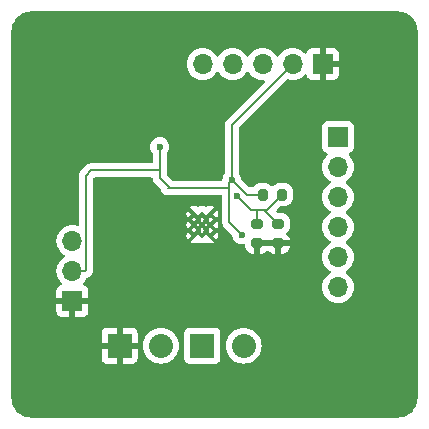
<source format=gbr>
%TF.GenerationSoftware,KiCad,Pcbnew,8.0.6-8.0.6-0~ubuntu24.04.1*%
%TF.CreationDate,2024-12-07T14:27:22-08:00*%
%TF.ProjectId,reaction_wheel,72656163-7469-46f6-9e5f-776865656c2e,v1a*%
%TF.SameCoordinates,Original*%
%TF.FileFunction,Copper,L2,Bot*%
%TF.FilePolarity,Positive*%
%FSLAX46Y46*%
G04 Gerber Fmt 4.6, Leading zero omitted, Abs format (unit mm)*
G04 Created by KiCad (PCBNEW 8.0.6-8.0.6-0~ubuntu24.04.1) date 2024-12-07 14:27:22*
%MOMM*%
%LPD*%
G01*
G04 APERTURE LIST*
G04 Aperture macros list*
%AMRoundRect*
0 Rectangle with rounded corners*
0 $1 Rounding radius*
0 $2 $3 $4 $5 $6 $7 $8 $9 X,Y pos of 4 corners*
0 Add a 4 corners polygon primitive as box body*
4,1,4,$2,$3,$4,$5,$6,$7,$8,$9,$2,$3,0*
0 Add four circle primitives for the rounded corners*
1,1,$1+$1,$2,$3*
1,1,$1+$1,$4,$5*
1,1,$1+$1,$6,$7*
1,1,$1+$1,$8,$9*
0 Add four rect primitives between the rounded corners*
20,1,$1+$1,$2,$3,$4,$5,0*
20,1,$1+$1,$4,$5,$6,$7,0*
20,1,$1+$1,$6,$7,$8,$9,0*
20,1,$1+$1,$8,$9,$2,$3,0*%
G04 Aperture macros list end*
%TA.AperFunction,ComponentPad*%
%ADD10R,1.700000X1.700000*%
%TD*%
%TA.AperFunction,ComponentPad*%
%ADD11O,1.700000X1.700000*%
%TD*%
%TA.AperFunction,HeatsinkPad*%
%ADD12C,0.337500*%
%TD*%
%TA.AperFunction,ComponentPad*%
%ADD13R,2.032000X2.032000*%
%TD*%
%TA.AperFunction,ComponentPad*%
%ADD14C,2.032000*%
%TD*%
%TA.AperFunction,SMDPad,CuDef*%
%ADD15RoundRect,0.200000X0.275000X-0.200000X0.275000X0.200000X-0.275000X0.200000X-0.275000X-0.200000X0*%
%TD*%
%TA.AperFunction,SMDPad,CuDef*%
%ADD16RoundRect,0.200000X0.200000X0.275000X-0.200000X0.275000X-0.200000X-0.275000X0.200000X-0.275000X0*%
%TD*%
%TA.AperFunction,ViaPad*%
%ADD17C,0.600000*%
%TD*%
%TA.AperFunction,Conductor*%
%ADD18C,0.160000*%
%TD*%
%TA.AperFunction,Conductor*%
%ADD19C,0.200000*%
%TD*%
G04 APERTURE END LIST*
D10*
%TO.P,J1,1,Pin_1*%
%TO.N,/PWM_L_C*%
X147962500Y-70942500D03*
D11*
%TO.P,J1,2,Pin_2*%
%TO.N,/PWM_H_C*%
X147962500Y-73482500D03*
%TO.P,J1,3,Pin_3*%
%TO.N,/PWM_L_B*%
X147962500Y-76022500D03*
%TO.P,J1,4,Pin_4*%
%TO.N,/PWM_H_B*%
X147962500Y-78562500D03*
%TO.P,J1,5,Pin_5*%
%TO.N,/PWM_L_A*%
X147962500Y-81102500D03*
%TO.P,J1,6,Pin_6*%
%TO.N,/PWM_H_A*%
X147962500Y-83642500D03*
%TD*%
D12*
%TO.P,U1,37,EPAD*%
%TO.N,GND*%
X135787500Y-77437500D03*
X135787500Y-78362500D03*
X135787500Y-79287500D03*
X136462500Y-77437500D03*
X136462500Y-78362500D03*
X136462500Y-79287500D03*
X137137500Y-77437500D03*
X137137500Y-78362500D03*
X137137500Y-79287500D03*
%TD*%
D10*
%TO.P,J4,1,Pin_1*%
%TO.N,GND*%
X125462500Y-84822500D03*
D11*
%TO.P,J4,2,Pin_2*%
%TO.N,+3.3V*%
X125462500Y-82282500D03*
%TO.P,J4,3,Pin_3*%
%TO.N,+12V*%
X125462500Y-79742500D03*
%TD*%
D10*
%TO.P,J2,1,Pin_1*%
%TO.N,GND*%
X146652500Y-64762500D03*
D11*
%TO.P,J2,2,Pin_2*%
%TO.N,+3.3V*%
X144112500Y-64762500D03*
%TO.P,J2,3,Pin_3*%
%TO.N,/ADC_C*%
X141572500Y-64762500D03*
%TO.P,J2,4,Pin_4*%
%TO.N,/ADC_B*%
X139032500Y-64762500D03*
%TO.P,J2,5,Pin_5*%
%TO.N,/ADC_A*%
X136492500Y-64762500D03*
%TD*%
D13*
%TO.P,J3,1,Pin_1*%
%TO.N,/OUT_B*%
X136462500Y-88612500D03*
D14*
%TO.P,J3,2,Pin_2*%
%TO.N,/OUT_C*%
X139962500Y-88612500D03*
%TD*%
D13*
%TO.P,J5,1,Pin_1*%
%TO.N,GND*%
X129462500Y-88612500D03*
D14*
%TO.P,J5,2,Pin_2*%
%TO.N,/OUT_A*%
X132962500Y-88612500D03*
%TD*%
D15*
%TO.P,R8,1*%
%TO.N,GND*%
X142887500Y-79937500D03*
%TO.P,R8,2*%
%TO.N,Net-(U1-GAIN)*%
X142887500Y-78287500D03*
%TD*%
%TO.P,R7,1*%
%TO.N,GND*%
X141087500Y-79937500D03*
%TO.P,R7,2*%
%TO.N,Net-(U1-GAIN)*%
X141087500Y-78287500D03*
%TD*%
D16*
%TO.P,R3,1*%
%TO.N,Net-(U1-GAIN)*%
X143212500Y-75812500D03*
%TO.P,R3,2*%
%TO.N,+3.3V*%
X141562500Y-75812500D03*
%TD*%
D17*
%TO.N,GND*%
X134212500Y-71812500D03*
X134475000Y-83975000D03*
X130112500Y-75862500D03*
X139862500Y-82562500D03*
X132762500Y-67162500D03*
X146562500Y-66462500D03*
X128762500Y-75862500D03*
X144212500Y-72562500D03*
X142962500Y-74562500D03*
X137260899Y-82793690D03*
X128762500Y-82862500D03*
X130462500Y-82862500D03*
X135462501Y-82262500D03*
X148562500Y-64812500D03*
X140212500Y-72482500D03*
%TO.N,+3.3V*%
X139812500Y-79212500D03*
X138962500Y-74562500D03*
X138962500Y-74562500D03*
X138962500Y-74562500D03*
X132862500Y-71762500D03*
%TO.N,Net-(U1-GAIN)*%
X139362500Y-75911400D03*
%TD*%
D18*
%TO.N,+3.3V*%
X138962500Y-74562500D02*
X138962500Y-69912500D01*
D19*
X132862500Y-73762500D02*
X132862500Y-74400419D01*
X126612500Y-74212500D02*
X127062500Y-73762500D01*
X133724581Y-75262500D02*
X133562500Y-75262500D01*
X140212500Y-75812500D02*
X141562500Y-75812500D01*
X127062500Y-73762500D02*
X132862500Y-73762500D01*
X138762500Y-75262500D02*
X138762500Y-74762500D01*
X138762500Y-74762500D02*
X138962500Y-74562500D01*
X133724581Y-75262500D02*
X138762500Y-75262500D01*
X139812500Y-79212500D02*
X138762500Y-78162500D01*
D18*
X138962500Y-69912500D02*
X144112500Y-64762500D01*
D19*
X132862500Y-71762500D02*
X132862500Y-73762500D01*
X126612500Y-82212500D02*
X126612500Y-74212500D01*
X126542500Y-82282500D02*
X125462500Y-82282500D01*
X138962500Y-74562500D02*
X140212500Y-75812500D01*
X138762500Y-78162500D02*
X138762500Y-75262500D01*
X132862500Y-74400419D02*
X133724581Y-75262500D01*
X126542500Y-82282500D02*
X126612500Y-82212500D01*
%TO.N,Net-(U1-GAIN)*%
X143212500Y-75812500D02*
X141912500Y-77112500D01*
X141087500Y-77112500D02*
X141712500Y-77112500D01*
X140563600Y-77112500D02*
X139362500Y-75911400D01*
X141912500Y-77112500D02*
X141712500Y-77112500D01*
X141087500Y-77112500D02*
X140563600Y-77112500D01*
X141087500Y-77112500D02*
X141087500Y-78287500D01*
X141712500Y-77112500D02*
X142887500Y-78287500D01*
%TD*%
%TA.AperFunction,Conductor*%
%TO.N,GND*%
G36*
X153004418Y-60300816D02*
G01*
X153233020Y-60317165D01*
X153250529Y-60319683D01*
X153470144Y-60367458D01*
X153487103Y-60372437D01*
X153697694Y-60450983D01*
X153713777Y-60458327D01*
X153911036Y-60566040D01*
X153925919Y-60575605D01*
X154105836Y-60710289D01*
X154119207Y-60721875D01*
X154278124Y-60880792D01*
X154289710Y-60894163D01*
X154424394Y-61074080D01*
X154433959Y-61088963D01*
X154541669Y-61286217D01*
X154549019Y-61302311D01*
X154627559Y-61512887D01*
X154632543Y-61529862D01*
X154680316Y-61749470D01*
X154682834Y-61766982D01*
X154699184Y-61995581D01*
X154699500Y-62004427D01*
X154699500Y-92995572D01*
X154699184Y-93004418D01*
X154682834Y-93233017D01*
X154680316Y-93250529D01*
X154632543Y-93470137D01*
X154627559Y-93487112D01*
X154549019Y-93697688D01*
X154541669Y-93713782D01*
X154433959Y-93911036D01*
X154424394Y-93925919D01*
X154289710Y-94105836D01*
X154278124Y-94119207D01*
X154119207Y-94278124D01*
X154105836Y-94289710D01*
X153925919Y-94424394D01*
X153911036Y-94433959D01*
X153713782Y-94541669D01*
X153697688Y-94549019D01*
X153487112Y-94627559D01*
X153470137Y-94632543D01*
X153250529Y-94680316D01*
X153233017Y-94682834D01*
X153004418Y-94699184D01*
X152995572Y-94699500D01*
X122004428Y-94699500D01*
X121995582Y-94699184D01*
X121766982Y-94682834D01*
X121749470Y-94680316D01*
X121529862Y-94632543D01*
X121512887Y-94627559D01*
X121302311Y-94549019D01*
X121286217Y-94541669D01*
X121088963Y-94433959D01*
X121074080Y-94424394D01*
X120894163Y-94289710D01*
X120880792Y-94278124D01*
X120721875Y-94119207D01*
X120710289Y-94105836D01*
X120575605Y-93925919D01*
X120566040Y-93911036D01*
X120458330Y-93713782D01*
X120450983Y-93697694D01*
X120372437Y-93487103D01*
X120367458Y-93470144D01*
X120319683Y-93250529D01*
X120317165Y-93233017D01*
X120300816Y-93004418D01*
X120300500Y-92995572D01*
X120300500Y-87548655D01*
X127946500Y-87548655D01*
X127946500Y-88362500D01*
X128914018Y-88362500D01*
X128903389Y-88380909D01*
X128862500Y-88533509D01*
X128862500Y-88691491D01*
X128903389Y-88844091D01*
X128914018Y-88862500D01*
X127946500Y-88862500D01*
X127946500Y-89676344D01*
X127952901Y-89735872D01*
X127952903Y-89735879D01*
X128003145Y-89870586D01*
X128003149Y-89870593D01*
X128089309Y-89985687D01*
X128089312Y-89985690D01*
X128204406Y-90071850D01*
X128204413Y-90071854D01*
X128339120Y-90122096D01*
X128339127Y-90122098D01*
X128398655Y-90128499D01*
X128398672Y-90128500D01*
X129212500Y-90128500D01*
X129212500Y-89160982D01*
X129230909Y-89171611D01*
X129383509Y-89212500D01*
X129541491Y-89212500D01*
X129694091Y-89171611D01*
X129712500Y-89160982D01*
X129712500Y-90128500D01*
X130526328Y-90128500D01*
X130526344Y-90128499D01*
X130585872Y-90122098D01*
X130585879Y-90122096D01*
X130720586Y-90071854D01*
X130720593Y-90071850D01*
X130835687Y-89985690D01*
X130835690Y-89985687D01*
X130921850Y-89870593D01*
X130921854Y-89870586D01*
X130972096Y-89735879D01*
X130972098Y-89735872D01*
X130978499Y-89676344D01*
X130978500Y-89676327D01*
X130978500Y-88862500D01*
X130010982Y-88862500D01*
X130021611Y-88844091D01*
X130062500Y-88691491D01*
X130062500Y-88612500D01*
X131441311Y-88612500D01*
X131460038Y-88850463D01*
X131515761Y-89082568D01*
X131607108Y-89303100D01*
X131607110Y-89303104D01*
X131607111Y-89303105D01*
X131731832Y-89506632D01*
X131886857Y-89688143D01*
X132068368Y-89843168D01*
X132271895Y-89967889D01*
X132271897Y-89967889D01*
X132271899Y-89967891D01*
X132315732Y-89986047D01*
X132492427Y-90059237D01*
X132724534Y-90114961D01*
X132962500Y-90133689D01*
X133200466Y-90114961D01*
X133432573Y-90059237D01*
X133653105Y-89967889D01*
X133856632Y-89843168D01*
X134038143Y-89688143D01*
X134193168Y-89506632D01*
X134317889Y-89303105D01*
X134409237Y-89082573D01*
X134464961Y-88850466D01*
X134483689Y-88612500D01*
X134464961Y-88374534D01*
X134409237Y-88142427D01*
X134317889Y-87921895D01*
X134193168Y-87718368D01*
X134048202Y-87548635D01*
X134946000Y-87548635D01*
X134946000Y-89676370D01*
X134946001Y-89676376D01*
X134952408Y-89735983D01*
X135002702Y-89870828D01*
X135002706Y-89870835D01*
X135088952Y-89986044D01*
X135088955Y-89986047D01*
X135204164Y-90072293D01*
X135204171Y-90072297D01*
X135339017Y-90122591D01*
X135339016Y-90122591D01*
X135345944Y-90123335D01*
X135398627Y-90129000D01*
X137526372Y-90128999D01*
X137585983Y-90122591D01*
X137720831Y-90072296D01*
X137836046Y-89986046D01*
X137922296Y-89870831D01*
X137972591Y-89735983D01*
X137979000Y-89676373D01*
X137978999Y-88612500D01*
X138441311Y-88612500D01*
X138460038Y-88850463D01*
X138515761Y-89082568D01*
X138607108Y-89303100D01*
X138607110Y-89303104D01*
X138607111Y-89303105D01*
X138731832Y-89506632D01*
X138886857Y-89688143D01*
X139068368Y-89843168D01*
X139271895Y-89967889D01*
X139271897Y-89967889D01*
X139271899Y-89967891D01*
X139315732Y-89986047D01*
X139492427Y-90059237D01*
X139724534Y-90114961D01*
X139962500Y-90133689D01*
X140200466Y-90114961D01*
X140432573Y-90059237D01*
X140653105Y-89967889D01*
X140856632Y-89843168D01*
X141038143Y-89688143D01*
X141193168Y-89506632D01*
X141317889Y-89303105D01*
X141409237Y-89082573D01*
X141464961Y-88850466D01*
X141483689Y-88612500D01*
X141464961Y-88374534D01*
X141409237Y-88142427D01*
X141317889Y-87921895D01*
X141193168Y-87718368D01*
X141038143Y-87536857D01*
X140856632Y-87381832D01*
X140653105Y-87257111D01*
X140653104Y-87257110D01*
X140653100Y-87257108D01*
X140432568Y-87165761D01*
X140200462Y-87110038D01*
X140200463Y-87110038D01*
X139962500Y-87091311D01*
X139724536Y-87110038D01*
X139492431Y-87165761D01*
X139271899Y-87257108D01*
X139068367Y-87381832D01*
X138886857Y-87536857D01*
X138731832Y-87718367D01*
X138607108Y-87921899D01*
X138515761Y-88142431D01*
X138460038Y-88374536D01*
X138441311Y-88612500D01*
X137978999Y-88612500D01*
X137978999Y-87548628D01*
X137972591Y-87489017D01*
X137922384Y-87354406D01*
X137922297Y-87354171D01*
X137922293Y-87354164D01*
X137836047Y-87238955D01*
X137836044Y-87238952D01*
X137720835Y-87152706D01*
X137720828Y-87152702D01*
X137585982Y-87102408D01*
X137585983Y-87102408D01*
X137526383Y-87096001D01*
X137526381Y-87096000D01*
X137526373Y-87096000D01*
X137526364Y-87096000D01*
X135398629Y-87096000D01*
X135398623Y-87096001D01*
X135339016Y-87102408D01*
X135204171Y-87152702D01*
X135204164Y-87152706D01*
X135088955Y-87238952D01*
X135088952Y-87238955D01*
X135002706Y-87354164D01*
X135002702Y-87354171D01*
X134952408Y-87489017D01*
X134947265Y-87536857D01*
X134946001Y-87548623D01*
X134946000Y-87548635D01*
X134048202Y-87548635D01*
X134038143Y-87536857D01*
X133856632Y-87381832D01*
X133653105Y-87257111D01*
X133653104Y-87257110D01*
X133653100Y-87257108D01*
X133432568Y-87165761D01*
X133200462Y-87110038D01*
X133200463Y-87110038D01*
X132962500Y-87091311D01*
X132724536Y-87110038D01*
X132492431Y-87165761D01*
X132271899Y-87257108D01*
X132068367Y-87381832D01*
X131886857Y-87536857D01*
X131731832Y-87718367D01*
X131607108Y-87921899D01*
X131515761Y-88142431D01*
X131460038Y-88374536D01*
X131441311Y-88612500D01*
X130062500Y-88612500D01*
X130062500Y-88533509D01*
X130021611Y-88380909D01*
X130010982Y-88362500D01*
X130978500Y-88362500D01*
X130978500Y-87548672D01*
X130978499Y-87548655D01*
X130972098Y-87489127D01*
X130972096Y-87489120D01*
X130921854Y-87354413D01*
X130921850Y-87354406D01*
X130835690Y-87239312D01*
X130835687Y-87239309D01*
X130720593Y-87153149D01*
X130720586Y-87153145D01*
X130585879Y-87102903D01*
X130585872Y-87102901D01*
X130526344Y-87096500D01*
X129712500Y-87096500D01*
X129712500Y-88064017D01*
X129694091Y-88053389D01*
X129541491Y-88012500D01*
X129383509Y-88012500D01*
X129230909Y-88053389D01*
X129212500Y-88064017D01*
X129212500Y-87096500D01*
X128398655Y-87096500D01*
X128339127Y-87102901D01*
X128339120Y-87102903D01*
X128204413Y-87153145D01*
X128204406Y-87153149D01*
X128089312Y-87239309D01*
X128089309Y-87239312D01*
X128003149Y-87354406D01*
X128003145Y-87354413D01*
X127952903Y-87489120D01*
X127952901Y-87489127D01*
X127946500Y-87548655D01*
X120300500Y-87548655D01*
X120300500Y-79742499D01*
X124106841Y-79742499D01*
X124106841Y-79742500D01*
X124127436Y-79977903D01*
X124127438Y-79977913D01*
X124188594Y-80206155D01*
X124188596Y-80206159D01*
X124188597Y-80206163D01*
X124215850Y-80264607D01*
X124288465Y-80420330D01*
X124288467Y-80420334D01*
X124424001Y-80613895D01*
X124424006Y-80613902D01*
X124591097Y-80780993D01*
X124591103Y-80780998D01*
X124776658Y-80910925D01*
X124820283Y-80965502D01*
X124827477Y-81035000D01*
X124795954Y-81097355D01*
X124776658Y-81114075D01*
X124591097Y-81244005D01*
X124424005Y-81411097D01*
X124288465Y-81604669D01*
X124288464Y-81604671D01*
X124188598Y-81818835D01*
X124188594Y-81818844D01*
X124127438Y-82047086D01*
X124127436Y-82047096D01*
X124106841Y-82282499D01*
X124106841Y-82282500D01*
X124127436Y-82517903D01*
X124127438Y-82517913D01*
X124188594Y-82746155D01*
X124188596Y-82746159D01*
X124188597Y-82746163D01*
X124245118Y-82867372D01*
X124288465Y-82960330D01*
X124288467Y-82960334D01*
X124396781Y-83115021D01*
X124424001Y-83153896D01*
X124424006Y-83153902D01*
X124546318Y-83276214D01*
X124579803Y-83337537D01*
X124574819Y-83407229D01*
X124532947Y-83463162D01*
X124501971Y-83480077D01*
X124370412Y-83529146D01*
X124370406Y-83529149D01*
X124255312Y-83615309D01*
X124255309Y-83615312D01*
X124169149Y-83730406D01*
X124169145Y-83730413D01*
X124118903Y-83865120D01*
X124118901Y-83865127D01*
X124112500Y-83924655D01*
X124112500Y-84572500D01*
X125029488Y-84572500D01*
X124996575Y-84629507D01*
X124962500Y-84756674D01*
X124962500Y-84888326D01*
X124996575Y-85015493D01*
X125029488Y-85072500D01*
X124112500Y-85072500D01*
X124112500Y-85720344D01*
X124118901Y-85779872D01*
X124118903Y-85779879D01*
X124169145Y-85914586D01*
X124169149Y-85914593D01*
X124255309Y-86029687D01*
X124255312Y-86029690D01*
X124370406Y-86115850D01*
X124370413Y-86115854D01*
X124505120Y-86166096D01*
X124505127Y-86166098D01*
X124564655Y-86172499D01*
X124564672Y-86172500D01*
X125212500Y-86172500D01*
X125212500Y-85255512D01*
X125269507Y-85288425D01*
X125396674Y-85322500D01*
X125528326Y-85322500D01*
X125655493Y-85288425D01*
X125712500Y-85255512D01*
X125712500Y-86172500D01*
X126360328Y-86172500D01*
X126360344Y-86172499D01*
X126419872Y-86166098D01*
X126419879Y-86166096D01*
X126554586Y-86115854D01*
X126554593Y-86115850D01*
X126669687Y-86029690D01*
X126669690Y-86029687D01*
X126755850Y-85914593D01*
X126755854Y-85914586D01*
X126806096Y-85779879D01*
X126806098Y-85779872D01*
X126812499Y-85720344D01*
X126812500Y-85720327D01*
X126812500Y-85072500D01*
X125895512Y-85072500D01*
X125928425Y-85015493D01*
X125962500Y-84888326D01*
X125962500Y-84756674D01*
X125928425Y-84629507D01*
X125895512Y-84572500D01*
X126812500Y-84572500D01*
X126812500Y-83924672D01*
X126812499Y-83924655D01*
X126806098Y-83865127D01*
X126806096Y-83865120D01*
X126755854Y-83730413D01*
X126755850Y-83730406D01*
X126669690Y-83615312D01*
X126669687Y-83615309D01*
X126554593Y-83529149D01*
X126554588Y-83529146D01*
X126423028Y-83480077D01*
X126367095Y-83438205D01*
X126342678Y-83372741D01*
X126357530Y-83304468D01*
X126378675Y-83276220D01*
X126500995Y-83153901D01*
X126636535Y-82960330D01*
X126655444Y-82919779D01*
X126701615Y-82867339D01*
X126735730Y-82852407D01*
X126774285Y-82842077D01*
X126824647Y-82813000D01*
X126911216Y-82763020D01*
X127023020Y-82651216D01*
X127093020Y-82581216D01*
X127143139Y-82494404D01*
X127172077Y-82444285D01*
X127213001Y-82291557D01*
X127213001Y-82133443D01*
X127213001Y-82125848D01*
X127213000Y-82125830D01*
X127213000Y-79864945D01*
X135448701Y-79864945D01*
X135548617Y-79917385D01*
X135706299Y-79956250D01*
X135868701Y-79956250D01*
X136026381Y-79917385D01*
X136067373Y-79895871D01*
X136135881Y-79882145D01*
X136182627Y-79895871D01*
X136223618Y-79917385D01*
X136381299Y-79956250D01*
X136543701Y-79956250D01*
X136701381Y-79917385D01*
X136742373Y-79895871D01*
X136810881Y-79882145D01*
X136857627Y-79895871D01*
X136898618Y-79917385D01*
X137056299Y-79956250D01*
X137218701Y-79956250D01*
X137376385Y-79917384D01*
X137476297Y-79864946D01*
X137476297Y-79864945D01*
X137137500Y-79526149D01*
X136882068Y-79270717D01*
X137053125Y-79270717D01*
X137053125Y-79304283D01*
X137065970Y-79335295D01*
X137089705Y-79359030D01*
X137120717Y-79371875D01*
X137154283Y-79371875D01*
X137185295Y-79359030D01*
X137209030Y-79335295D01*
X137221875Y-79304283D01*
X137221875Y-79287499D01*
X137376149Y-79287499D01*
X137376149Y-79287500D01*
X137715708Y-79627060D01*
X137733999Y-79600563D01*
X137791586Y-79448718D01*
X137811161Y-79287500D01*
X137791587Y-79126282D01*
X137733997Y-78974432D01*
X137715709Y-78947939D01*
X137376149Y-79287499D01*
X137221875Y-79287499D01*
X137221875Y-79270717D01*
X137209030Y-79239705D01*
X137185295Y-79215970D01*
X137154283Y-79203125D01*
X137120717Y-79203125D01*
X137089705Y-79215970D01*
X137065970Y-79239705D01*
X137053125Y-79270717D01*
X136882068Y-79270717D01*
X136800000Y-79188649D01*
X136550181Y-79438468D01*
X136488858Y-79471953D01*
X136419166Y-79466969D01*
X136374819Y-79438468D01*
X136207068Y-79270717D01*
X136378125Y-79270717D01*
X136378125Y-79304283D01*
X136390970Y-79335295D01*
X136414705Y-79359030D01*
X136445717Y-79371875D01*
X136479283Y-79371875D01*
X136510295Y-79359030D01*
X136534030Y-79335295D01*
X136546875Y-79304283D01*
X136546875Y-79270717D01*
X136534030Y-79239705D01*
X136510295Y-79215970D01*
X136479283Y-79203125D01*
X136445717Y-79203125D01*
X136414705Y-79215970D01*
X136390970Y-79239705D01*
X136378125Y-79270717D01*
X136207068Y-79270717D01*
X136125000Y-79188649D01*
X135787500Y-79526149D01*
X135448701Y-79864945D01*
X127213000Y-79864945D01*
X127213000Y-79287500D01*
X135113838Y-79287500D01*
X135133412Y-79448717D01*
X135191002Y-79600565D01*
X135191003Y-79600567D01*
X135209290Y-79627060D01*
X135548851Y-79287500D01*
X135532068Y-79270717D01*
X135703125Y-79270717D01*
X135703125Y-79304283D01*
X135715970Y-79335295D01*
X135739705Y-79359030D01*
X135770717Y-79371875D01*
X135804283Y-79371875D01*
X135835295Y-79359030D01*
X135859030Y-79335295D01*
X135871875Y-79304283D01*
X135871875Y-79270717D01*
X135859030Y-79239705D01*
X135835295Y-79215970D01*
X135804283Y-79203125D01*
X135770717Y-79203125D01*
X135739705Y-79215970D01*
X135715970Y-79239705D01*
X135703125Y-79270717D01*
X135532068Y-79270717D01*
X135209289Y-78947938D01*
X135191003Y-78974431D01*
X135133412Y-79126282D01*
X135113838Y-79287500D01*
X127213000Y-79287500D01*
X127213000Y-78825000D01*
X135563649Y-78825000D01*
X135787500Y-79048851D01*
X135886351Y-78950000D01*
X135886351Y-78908444D01*
X135906036Y-78841405D01*
X135918433Y-78826020D01*
X135918433Y-78823978D01*
X136331566Y-78823978D01*
X136331566Y-78828521D01*
X136360815Y-78882085D01*
X136363649Y-78908445D01*
X136363649Y-78950000D01*
X136462500Y-79048851D01*
X136561351Y-78950000D01*
X136561351Y-78908444D01*
X136581036Y-78841405D01*
X136593433Y-78826020D01*
X136593433Y-78823978D01*
X137006566Y-78823978D01*
X137006566Y-78828521D01*
X137035815Y-78882085D01*
X137038649Y-78908445D01*
X137038649Y-78950000D01*
X137137500Y-79048851D01*
X137361351Y-78825000D01*
X137137500Y-78601149D01*
X137038649Y-78700000D01*
X137038649Y-78741554D01*
X137018964Y-78808593D01*
X137006566Y-78823978D01*
X136593433Y-78823978D01*
X136593433Y-78821477D01*
X136564185Y-78767914D01*
X136561351Y-78741556D01*
X136561351Y-78700000D01*
X136462500Y-78601149D01*
X136363649Y-78700000D01*
X136363649Y-78741554D01*
X136343964Y-78808593D01*
X136331566Y-78823978D01*
X135918433Y-78823978D01*
X135918433Y-78821477D01*
X135889185Y-78767914D01*
X135886351Y-78741556D01*
X135886351Y-78700000D01*
X135787500Y-78601149D01*
X135563649Y-78825000D01*
X127213000Y-78825000D01*
X127213000Y-78362500D01*
X135113838Y-78362500D01*
X135133412Y-78523717D01*
X135191002Y-78675565D01*
X135191003Y-78675567D01*
X135209290Y-78702060D01*
X135548851Y-78362500D01*
X135532068Y-78345717D01*
X135703125Y-78345717D01*
X135703125Y-78379283D01*
X135715970Y-78410295D01*
X135739705Y-78434030D01*
X135770717Y-78446875D01*
X135804283Y-78446875D01*
X135835295Y-78434030D01*
X135859030Y-78410295D01*
X135871875Y-78379283D01*
X135871875Y-78362500D01*
X136026149Y-78362500D01*
X136125000Y-78461351D01*
X136223851Y-78362500D01*
X136207068Y-78345717D01*
X136378125Y-78345717D01*
X136378125Y-78379283D01*
X136390970Y-78410295D01*
X136414705Y-78434030D01*
X136445717Y-78446875D01*
X136479283Y-78446875D01*
X136510295Y-78434030D01*
X136534030Y-78410295D01*
X136546875Y-78379283D01*
X136546875Y-78362500D01*
X136701149Y-78362500D01*
X136800000Y-78461351D01*
X136898851Y-78362500D01*
X136882068Y-78345717D01*
X137053125Y-78345717D01*
X137053125Y-78379283D01*
X137065970Y-78410295D01*
X137089705Y-78434030D01*
X137120717Y-78446875D01*
X137154283Y-78446875D01*
X137185295Y-78434030D01*
X137209030Y-78410295D01*
X137221875Y-78379283D01*
X137221875Y-78362499D01*
X137376149Y-78362499D01*
X137376149Y-78362500D01*
X137715708Y-78702060D01*
X137733999Y-78675563D01*
X137791586Y-78523718D01*
X137811161Y-78362500D01*
X137791587Y-78201282D01*
X137733997Y-78049432D01*
X137715709Y-78022939D01*
X137376149Y-78362499D01*
X137221875Y-78362499D01*
X137221875Y-78345717D01*
X137209030Y-78314705D01*
X137185295Y-78290970D01*
X137154283Y-78278125D01*
X137120717Y-78278125D01*
X137089705Y-78290970D01*
X137065970Y-78314705D01*
X137053125Y-78345717D01*
X136882068Y-78345717D01*
X136800000Y-78263649D01*
X136701149Y-78362500D01*
X136546875Y-78362500D01*
X136546875Y-78345717D01*
X136534030Y-78314705D01*
X136510295Y-78290970D01*
X136479283Y-78278125D01*
X136445717Y-78278125D01*
X136414705Y-78290970D01*
X136390970Y-78314705D01*
X136378125Y-78345717D01*
X136207068Y-78345717D01*
X136125000Y-78263649D01*
X136026149Y-78362500D01*
X135871875Y-78362500D01*
X135871875Y-78345717D01*
X135859030Y-78314705D01*
X135835295Y-78290970D01*
X135804283Y-78278125D01*
X135770717Y-78278125D01*
X135739705Y-78290970D01*
X135715970Y-78314705D01*
X135703125Y-78345717D01*
X135532068Y-78345717D01*
X135209289Y-78022938D01*
X135191003Y-78049431D01*
X135133412Y-78201282D01*
X135113838Y-78362500D01*
X127213000Y-78362500D01*
X127213000Y-77900000D01*
X135563649Y-77900000D01*
X135787500Y-78123851D01*
X135886351Y-78025000D01*
X135886351Y-77983444D01*
X135906036Y-77916405D01*
X135918433Y-77901020D01*
X135918433Y-77898978D01*
X136331566Y-77898978D01*
X136331566Y-77903521D01*
X136360815Y-77957085D01*
X136363649Y-77983445D01*
X136363649Y-78025000D01*
X136462500Y-78123851D01*
X136561351Y-78025000D01*
X136561351Y-77983444D01*
X136581036Y-77916405D01*
X136593433Y-77901020D01*
X136593433Y-77898978D01*
X137006566Y-77898978D01*
X137006566Y-77903521D01*
X137035815Y-77957085D01*
X137038649Y-77983445D01*
X137038649Y-78025000D01*
X137137500Y-78123851D01*
X137361351Y-77900000D01*
X137137500Y-77676149D01*
X137038649Y-77775000D01*
X137038649Y-77816554D01*
X137018964Y-77883593D01*
X137006566Y-77898978D01*
X136593433Y-77898978D01*
X136593433Y-77896477D01*
X136564185Y-77842914D01*
X136561351Y-77816556D01*
X136561351Y-77775000D01*
X136462500Y-77676149D01*
X136363649Y-77775000D01*
X136363649Y-77816554D01*
X136343964Y-77883593D01*
X136331566Y-77898978D01*
X135918433Y-77898978D01*
X135918433Y-77896477D01*
X135889185Y-77842914D01*
X135886351Y-77816556D01*
X135886351Y-77775000D01*
X135787500Y-77676149D01*
X135563649Y-77900000D01*
X127213000Y-77900000D01*
X127213000Y-77437500D01*
X135113838Y-77437500D01*
X135133412Y-77598717D01*
X135191002Y-77750565D01*
X135191003Y-77750567D01*
X135209290Y-77777060D01*
X135548851Y-77437500D01*
X135532068Y-77420717D01*
X135703125Y-77420717D01*
X135703125Y-77454283D01*
X135715970Y-77485295D01*
X135739705Y-77509030D01*
X135770717Y-77521875D01*
X135804283Y-77521875D01*
X135835295Y-77509030D01*
X135859030Y-77485295D01*
X135871875Y-77454283D01*
X135871875Y-77420717D01*
X135859030Y-77389705D01*
X135835295Y-77365970D01*
X135804283Y-77353125D01*
X135770717Y-77353125D01*
X135739705Y-77365970D01*
X135715970Y-77389705D01*
X135703125Y-77420717D01*
X135532068Y-77420717D01*
X135209289Y-77097938D01*
X135191003Y-77124431D01*
X135133412Y-77276282D01*
X135113838Y-77437500D01*
X127213000Y-77437500D01*
X127213000Y-76860053D01*
X135448702Y-76860053D01*
X136125000Y-77536351D01*
X136240634Y-77420717D01*
X136378125Y-77420717D01*
X136378125Y-77454283D01*
X136390970Y-77485295D01*
X136414705Y-77509030D01*
X136445717Y-77521875D01*
X136479283Y-77521875D01*
X136510295Y-77509030D01*
X136534030Y-77485295D01*
X136546875Y-77454283D01*
X136546875Y-77420717D01*
X136534030Y-77389705D01*
X136510295Y-77365970D01*
X136479283Y-77353125D01*
X136445717Y-77353125D01*
X136414705Y-77365970D01*
X136390970Y-77389705D01*
X136378125Y-77420717D01*
X136240634Y-77420717D01*
X136374819Y-77286532D01*
X136436142Y-77253047D01*
X136505834Y-77258031D01*
X136550181Y-77286532D01*
X136800000Y-77536351D01*
X136915634Y-77420717D01*
X137053125Y-77420717D01*
X137053125Y-77454283D01*
X137065970Y-77485295D01*
X137089705Y-77509030D01*
X137120717Y-77521875D01*
X137154283Y-77521875D01*
X137185295Y-77509030D01*
X137209030Y-77485295D01*
X137221875Y-77454283D01*
X137221875Y-77437499D01*
X137376149Y-77437499D01*
X137376149Y-77437500D01*
X137715708Y-77777060D01*
X137733999Y-77750563D01*
X137791586Y-77598718D01*
X137811161Y-77437500D01*
X137791587Y-77276282D01*
X137733997Y-77124432D01*
X137715709Y-77097939D01*
X137376149Y-77437499D01*
X137221875Y-77437499D01*
X137221875Y-77420717D01*
X137209030Y-77389705D01*
X137185295Y-77365970D01*
X137154283Y-77353125D01*
X137120717Y-77353125D01*
X137089705Y-77365970D01*
X137065970Y-77389705D01*
X137053125Y-77420717D01*
X136915634Y-77420717D01*
X137137500Y-77198851D01*
X137476297Y-76860053D01*
X137376382Y-76807614D01*
X137218701Y-76768750D01*
X137056299Y-76768750D01*
X136898618Y-76807614D01*
X136857624Y-76829129D01*
X136789115Y-76842852D01*
X136742376Y-76829129D01*
X136701381Y-76807614D01*
X136543701Y-76768750D01*
X136381299Y-76768750D01*
X136223618Y-76807614D01*
X136182624Y-76829129D01*
X136114115Y-76842852D01*
X136067376Y-76829129D01*
X136026381Y-76807614D01*
X135868701Y-76768750D01*
X135706299Y-76768750D01*
X135548615Y-76807615D01*
X135448702Y-76860053D01*
X127213000Y-76860053D01*
X127213000Y-74512597D01*
X127232685Y-74445558D01*
X127249319Y-74424916D01*
X127274916Y-74399319D01*
X127336239Y-74365834D01*
X127362597Y-74363000D01*
X132137999Y-74363000D01*
X132205038Y-74382685D01*
X132250793Y-74435489D01*
X132258673Y-74471714D01*
X132260938Y-74471416D01*
X132261998Y-74479473D01*
X132302923Y-74632206D01*
X132306801Y-74638921D01*
X132306804Y-74638926D01*
X132381977Y-74769131D01*
X132381981Y-74769136D01*
X132500849Y-74888004D01*
X132500855Y-74888009D01*
X132941285Y-75328440D01*
X132973378Y-75384026D01*
X133002921Y-75494279D01*
X133002926Y-75494290D01*
X133081975Y-75631209D01*
X133081979Y-75631214D01*
X133081980Y-75631216D01*
X133193784Y-75743020D01*
X133193786Y-75743021D01*
X133193790Y-75743024D01*
X133330709Y-75822073D01*
X133330716Y-75822077D01*
X133483443Y-75863000D01*
X133637912Y-75863000D01*
X133637928Y-75863001D01*
X133645524Y-75863001D01*
X133811235Y-75863001D01*
X133811251Y-75863000D01*
X138038000Y-75863000D01*
X138105039Y-75882685D01*
X138150794Y-75935489D01*
X138162000Y-75987000D01*
X138162000Y-78075830D01*
X138161999Y-78075848D01*
X138161999Y-78241554D01*
X138161998Y-78241554D01*
X138189909Y-78345717D01*
X138202923Y-78394285D01*
X138225870Y-78434030D01*
X138231858Y-78444400D01*
X138231859Y-78444404D01*
X138231860Y-78444404D01*
X138281979Y-78531214D01*
X138281981Y-78531217D01*
X138400849Y-78650085D01*
X138400855Y-78650090D01*
X138981798Y-79231033D01*
X139015283Y-79292356D01*
X139017337Y-79304830D01*
X139027130Y-79391749D01*
X139086710Y-79562021D01*
X139086711Y-79562022D01*
X139182684Y-79714762D01*
X139310238Y-79842316D01*
X139395470Y-79895871D01*
X139429709Y-79917385D01*
X139462978Y-79938289D01*
X139576203Y-79977908D01*
X139633245Y-79997868D01*
X139633250Y-79997869D01*
X139812496Y-80018065D01*
X139812500Y-80018065D01*
X139812503Y-80018065D01*
X139942484Y-80003419D01*
X139974616Y-79999799D01*
X140043438Y-80011853D01*
X140094818Y-80059202D01*
X140112500Y-80123017D01*
X140112500Y-80194082D01*
X140118908Y-80264602D01*
X140118909Y-80264607D01*
X140169481Y-80426896D01*
X140257427Y-80572377D01*
X140377622Y-80692572D01*
X140523104Y-80780519D01*
X140523103Y-80780519D01*
X140685394Y-80831090D01*
X140685392Y-80831090D01*
X140755918Y-80837499D01*
X141337500Y-80837499D01*
X141419081Y-80837499D01*
X141489602Y-80831091D01*
X141489607Y-80831090D01*
X141651896Y-80780518D01*
X141797377Y-80692572D01*
X141797378Y-80692571D01*
X141899819Y-80590131D01*
X141961142Y-80556646D01*
X142030834Y-80561630D01*
X142075181Y-80590131D01*
X142177622Y-80692572D01*
X142323104Y-80780519D01*
X142323103Y-80780519D01*
X142485394Y-80831090D01*
X142485392Y-80831090D01*
X142555918Y-80837499D01*
X143137500Y-80837499D01*
X143219081Y-80837499D01*
X143289602Y-80831091D01*
X143289607Y-80831090D01*
X143451896Y-80780518D01*
X143597377Y-80692572D01*
X143717572Y-80572377D01*
X143805519Y-80426895D01*
X143856090Y-80264606D01*
X143862500Y-80194072D01*
X143862500Y-80187500D01*
X143137500Y-80187500D01*
X143137500Y-80837499D01*
X142555918Y-80837499D01*
X142637499Y-80837498D01*
X142637500Y-80837498D01*
X142637500Y-80187500D01*
X141337500Y-80187500D01*
X141337500Y-80837499D01*
X140755918Y-80837499D01*
X140837499Y-80837498D01*
X140837500Y-80837498D01*
X140837500Y-79811500D01*
X140857185Y-79744461D01*
X140909989Y-79698706D01*
X140961500Y-79687500D01*
X143862499Y-79687500D01*
X143862499Y-79680917D01*
X143856091Y-79610397D01*
X143856090Y-79610392D01*
X143805518Y-79448103D01*
X143717572Y-79302622D01*
X143615484Y-79200534D01*
X143581999Y-79139211D01*
X143586983Y-79069519D01*
X143615483Y-79025173D01*
X143717972Y-78922685D01*
X143805978Y-78777106D01*
X143856586Y-78614696D01*
X143863000Y-78544116D01*
X143863000Y-78030884D01*
X143856586Y-77960304D01*
X143805978Y-77797894D01*
X143717972Y-77652315D01*
X143717970Y-77652313D01*
X143717969Y-77652311D01*
X143597688Y-77532030D01*
X143520379Y-77485295D01*
X143452106Y-77444022D01*
X143289696Y-77393414D01*
X143289694Y-77393413D01*
X143289692Y-77393413D01*
X143240278Y-77388923D01*
X143219116Y-77387000D01*
X143219113Y-77387000D01*
X142887597Y-77387000D01*
X142820558Y-77367315D01*
X142799916Y-77350681D01*
X142749416Y-77300181D01*
X142715931Y-77238858D01*
X142720915Y-77169166D01*
X142749416Y-77124819D01*
X142880778Y-76993458D01*
X143049917Y-76824319D01*
X143111240Y-76790834D01*
X143137598Y-76788000D01*
X143469113Y-76788000D01*
X143469116Y-76788000D01*
X143539696Y-76781586D01*
X143702106Y-76730978D01*
X143847685Y-76642972D01*
X143967972Y-76522685D01*
X144055978Y-76377106D01*
X144106586Y-76214696D01*
X144113000Y-76144116D01*
X144113000Y-75480884D01*
X144106586Y-75410304D01*
X144055978Y-75247894D01*
X143967972Y-75102315D01*
X143967970Y-75102313D01*
X143967969Y-75102311D01*
X143847688Y-74982030D01*
X143702106Y-74894022D01*
X143682793Y-74888004D01*
X143539696Y-74843414D01*
X143539694Y-74843413D01*
X143539692Y-74843413D01*
X143490278Y-74838923D01*
X143469116Y-74837000D01*
X142955884Y-74837000D01*
X142936645Y-74838748D01*
X142885307Y-74843413D01*
X142722893Y-74894022D01*
X142577311Y-74982030D01*
X142577310Y-74982031D01*
X142475181Y-75084161D01*
X142413858Y-75117646D01*
X142344166Y-75112662D01*
X142299819Y-75084161D01*
X142197688Y-74982030D01*
X142052106Y-74894022D01*
X142032793Y-74888004D01*
X141889696Y-74843414D01*
X141889694Y-74843413D01*
X141889692Y-74843413D01*
X141840278Y-74838923D01*
X141819116Y-74837000D01*
X141305884Y-74837000D01*
X141286645Y-74838748D01*
X141235307Y-74843413D01*
X141072893Y-74894022D01*
X140927311Y-74982030D01*
X140807030Y-75102311D01*
X140807028Y-75102315D01*
X140777539Y-75151097D01*
X140776902Y-75152150D01*
X140725374Y-75199338D01*
X140670785Y-75212000D01*
X140512597Y-75212000D01*
X140445558Y-75192315D01*
X140424916Y-75175681D01*
X139793200Y-74543965D01*
X139759715Y-74482642D01*
X139757663Y-74470186D01*
X139747868Y-74383245D01*
X139688289Y-74212978D01*
X139592316Y-74060238D01*
X139579319Y-74047241D01*
X139545834Y-73985918D01*
X139543000Y-73959560D01*
X139543000Y-73482499D01*
X146606841Y-73482499D01*
X146606841Y-73482500D01*
X146627436Y-73717903D01*
X146627438Y-73717913D01*
X146688594Y-73946155D01*
X146688596Y-73946159D01*
X146688597Y-73946163D01*
X146718795Y-74010922D01*
X146788465Y-74160330D01*
X146788467Y-74160334D01*
X146924001Y-74353895D01*
X146924006Y-74353902D01*
X147091097Y-74520993D01*
X147091103Y-74520998D01*
X147276658Y-74650925D01*
X147320283Y-74705502D01*
X147327477Y-74775000D01*
X147295954Y-74837355D01*
X147276658Y-74854075D01*
X147091097Y-74984005D01*
X146924005Y-75151097D01*
X146788465Y-75344669D01*
X146788464Y-75344671D01*
X146688598Y-75558835D01*
X146688594Y-75558844D01*
X146627438Y-75787086D01*
X146627436Y-75787096D01*
X146606841Y-76022499D01*
X146606841Y-76022500D01*
X146627436Y-76257903D01*
X146627438Y-76257913D01*
X146688594Y-76486155D01*
X146688596Y-76486159D01*
X146688597Y-76486163D01*
X146788465Y-76700330D01*
X146788467Y-76700334D01*
X146924001Y-76893895D01*
X146924006Y-76893902D01*
X147091097Y-77060993D01*
X147091103Y-77060998D01*
X147276658Y-77190925D01*
X147320283Y-77245502D01*
X147327477Y-77315000D01*
X147295954Y-77377355D01*
X147276658Y-77394075D01*
X147091097Y-77524005D01*
X146924005Y-77691097D01*
X146788465Y-77884669D01*
X146788464Y-77884671D01*
X146688598Y-78098835D01*
X146688594Y-78098844D01*
X146627438Y-78327086D01*
X146627436Y-78327096D01*
X146606841Y-78562499D01*
X146606841Y-78562500D01*
X146627436Y-78797903D01*
X146627438Y-78797913D01*
X146688594Y-79026155D01*
X146688596Y-79026159D01*
X146688597Y-79026163D01*
X146750422Y-79158746D01*
X146788465Y-79240330D01*
X146788467Y-79240334D01*
X146924001Y-79433895D01*
X146924006Y-79433902D01*
X147091097Y-79600993D01*
X147091103Y-79600998D01*
X147276658Y-79730925D01*
X147320283Y-79785502D01*
X147327477Y-79855000D01*
X147295954Y-79917355D01*
X147276658Y-79934075D01*
X147091097Y-80064005D01*
X146924005Y-80231097D01*
X146788465Y-80424669D01*
X146788464Y-80424671D01*
X146688598Y-80638835D01*
X146688594Y-80638844D01*
X146627438Y-80867086D01*
X146627436Y-80867096D01*
X146606841Y-81102499D01*
X146606841Y-81102500D01*
X146627436Y-81337903D01*
X146627438Y-81337913D01*
X146688594Y-81566155D01*
X146688596Y-81566159D01*
X146688597Y-81566163D01*
X146706553Y-81604669D01*
X146788465Y-81780330D01*
X146788467Y-81780334D01*
X146924001Y-81973895D01*
X146924006Y-81973902D01*
X147091097Y-82140993D01*
X147091103Y-82140998D01*
X147276658Y-82270925D01*
X147320283Y-82325502D01*
X147327477Y-82395000D01*
X147295954Y-82457355D01*
X147276658Y-82474075D01*
X147091097Y-82604005D01*
X146924005Y-82771097D01*
X146788465Y-82964669D01*
X146788464Y-82964671D01*
X146688598Y-83178835D01*
X146688594Y-83178844D01*
X146627438Y-83407086D01*
X146627436Y-83407096D01*
X146606841Y-83642499D01*
X146606841Y-83642500D01*
X146627436Y-83877903D01*
X146627438Y-83877913D01*
X146688594Y-84106155D01*
X146688596Y-84106159D01*
X146688597Y-84106163D01*
X146788465Y-84320330D01*
X146788467Y-84320334D01*
X146859936Y-84422401D01*
X146924005Y-84513901D01*
X147091099Y-84680995D01*
X147187884Y-84748765D01*
X147284665Y-84816532D01*
X147284667Y-84816533D01*
X147284670Y-84816535D01*
X147498837Y-84916403D01*
X147727092Y-84977563D01*
X147915418Y-84994039D01*
X147962499Y-84998159D01*
X147962500Y-84998159D01*
X147962501Y-84998159D01*
X148001734Y-84994726D01*
X148197908Y-84977563D01*
X148426163Y-84916403D01*
X148640330Y-84816535D01*
X148833901Y-84680995D01*
X149000995Y-84513901D01*
X149136535Y-84320330D01*
X149236403Y-84106163D01*
X149297563Y-83877908D01*
X149318159Y-83642500D01*
X149297563Y-83407092D01*
X149236403Y-83178837D01*
X149136535Y-82964671D01*
X149133499Y-82960334D01*
X149000994Y-82771097D01*
X148833902Y-82604006D01*
X148833896Y-82604001D01*
X148648342Y-82474075D01*
X148604717Y-82419498D01*
X148597523Y-82350000D01*
X148629046Y-82287645D01*
X148648342Y-82270925D01*
X148670526Y-82255391D01*
X148833901Y-82140995D01*
X149000995Y-81973901D01*
X149136535Y-81780330D01*
X149236403Y-81566163D01*
X149297563Y-81337908D01*
X149318159Y-81102500D01*
X149297563Y-80867092D01*
X149236403Y-80638837D01*
X149136535Y-80424671D01*
X149133499Y-80420334D01*
X149000994Y-80231097D01*
X148833902Y-80064006D01*
X148833896Y-80064001D01*
X148648342Y-79934075D01*
X148604717Y-79879498D01*
X148597523Y-79810000D01*
X148629046Y-79747645D01*
X148648342Y-79730925D01*
X148710359Y-79687500D01*
X148833901Y-79600995D01*
X149000995Y-79433901D01*
X149136535Y-79240330D01*
X149236403Y-79026163D01*
X149297563Y-78797908D01*
X149318159Y-78562500D01*
X149297563Y-78327092D01*
X149236403Y-78098837D01*
X149136535Y-77884671D01*
X149135781Y-77883593D01*
X149000994Y-77691097D01*
X148833902Y-77524006D01*
X148833896Y-77524001D01*
X148648342Y-77394075D01*
X148604717Y-77339498D01*
X148597523Y-77270000D01*
X148629046Y-77207645D01*
X148648342Y-77190925D01*
X148742751Y-77124819D01*
X148833901Y-77060995D01*
X149000995Y-76893901D01*
X149136535Y-76700330D01*
X149236403Y-76486163D01*
X149297563Y-76257908D01*
X149318159Y-76022500D01*
X149297563Y-75787092D01*
X149236403Y-75558837D01*
X149136535Y-75344671D01*
X149068772Y-75247894D01*
X149000994Y-75151097D01*
X148833902Y-74984006D01*
X148833896Y-74984001D01*
X148648342Y-74854075D01*
X148604717Y-74799498D01*
X148597523Y-74730000D01*
X148629046Y-74667645D01*
X148648342Y-74650925D01*
X148697796Y-74616297D01*
X148833901Y-74520995D01*
X149000995Y-74353901D01*
X149136535Y-74160330D01*
X149236403Y-73946163D01*
X149297563Y-73717908D01*
X149318159Y-73482500D01*
X149297563Y-73247092D01*
X149236403Y-73018837D01*
X149136535Y-72804671D01*
X149000995Y-72611099D01*
X148879067Y-72489171D01*
X148845584Y-72427851D01*
X148850568Y-72358159D01*
X148892439Y-72302225D01*
X148923415Y-72285310D01*
X149054831Y-72236296D01*
X149170046Y-72150046D01*
X149256296Y-72034831D01*
X149306591Y-71899983D01*
X149313000Y-71840373D01*
X149312999Y-70044628D01*
X149306591Y-69985017D01*
X149256296Y-69850169D01*
X149256295Y-69850168D01*
X149256293Y-69850164D01*
X149170047Y-69734955D01*
X149170044Y-69734952D01*
X149054835Y-69648706D01*
X149054828Y-69648702D01*
X148919982Y-69598408D01*
X148919983Y-69598408D01*
X148860383Y-69592001D01*
X148860381Y-69592000D01*
X148860373Y-69592000D01*
X148860364Y-69592000D01*
X147064629Y-69592000D01*
X147064623Y-69592001D01*
X147005016Y-69598408D01*
X146870171Y-69648702D01*
X146870164Y-69648706D01*
X146754955Y-69734952D01*
X146754952Y-69734955D01*
X146668706Y-69850164D01*
X146668702Y-69850171D01*
X146618408Y-69985017D01*
X146612001Y-70044616D01*
X146612001Y-70044623D01*
X146612000Y-70044635D01*
X146612000Y-71840370D01*
X146612001Y-71840376D01*
X146618408Y-71899983D01*
X146668702Y-72034828D01*
X146668706Y-72034835D01*
X146754952Y-72150044D01*
X146754955Y-72150047D01*
X146870164Y-72236293D01*
X146870171Y-72236297D01*
X147001581Y-72285310D01*
X147057515Y-72327181D01*
X147081932Y-72392645D01*
X147067080Y-72460918D01*
X147045930Y-72489173D01*
X146924003Y-72611100D01*
X146788465Y-72804669D01*
X146788464Y-72804671D01*
X146688598Y-73018835D01*
X146688594Y-73018844D01*
X146627438Y-73247086D01*
X146627436Y-73247096D01*
X146606841Y-73482499D01*
X139543000Y-73482499D01*
X139543000Y-70204312D01*
X139562685Y-70137273D01*
X139579314Y-70116636D01*
X143606663Y-66089286D01*
X143667984Y-66055803D01*
X143726431Y-66057193D01*
X143877092Y-66097563D01*
X144065418Y-66114039D01*
X144112499Y-66118159D01*
X144112500Y-66118159D01*
X144112501Y-66118159D01*
X144151734Y-66114726D01*
X144347908Y-66097563D01*
X144576163Y-66036403D01*
X144790330Y-65936535D01*
X144983901Y-65800995D01*
X145106217Y-65678678D01*
X145167536Y-65645196D01*
X145237228Y-65650180D01*
X145293162Y-65692051D01*
X145310077Y-65723028D01*
X145359146Y-65854588D01*
X145359149Y-65854593D01*
X145445309Y-65969687D01*
X145445312Y-65969690D01*
X145560406Y-66055850D01*
X145560413Y-66055854D01*
X145695120Y-66106096D01*
X145695127Y-66106098D01*
X145754655Y-66112499D01*
X145754672Y-66112500D01*
X146402500Y-66112500D01*
X146402500Y-65195512D01*
X146459507Y-65228425D01*
X146586674Y-65262500D01*
X146718326Y-65262500D01*
X146845493Y-65228425D01*
X146902500Y-65195512D01*
X146902500Y-66112500D01*
X147550328Y-66112500D01*
X147550344Y-66112499D01*
X147609872Y-66106098D01*
X147609879Y-66106096D01*
X147744586Y-66055854D01*
X147744593Y-66055850D01*
X147859687Y-65969690D01*
X147859690Y-65969687D01*
X147945850Y-65854593D01*
X147945854Y-65854586D01*
X147996096Y-65719879D01*
X147996098Y-65719872D01*
X148002499Y-65660344D01*
X148002500Y-65660327D01*
X148002500Y-65012500D01*
X147085512Y-65012500D01*
X147118425Y-64955493D01*
X147152500Y-64828326D01*
X147152500Y-64696674D01*
X147118425Y-64569507D01*
X147085512Y-64512500D01*
X148002500Y-64512500D01*
X148002500Y-63864672D01*
X148002499Y-63864655D01*
X147996098Y-63805127D01*
X147996096Y-63805120D01*
X147945854Y-63670413D01*
X147945850Y-63670406D01*
X147859690Y-63555312D01*
X147859687Y-63555309D01*
X147744593Y-63469149D01*
X147744586Y-63469145D01*
X147609879Y-63418903D01*
X147609872Y-63418901D01*
X147550344Y-63412500D01*
X146902500Y-63412500D01*
X146902500Y-64329488D01*
X146845493Y-64296575D01*
X146718326Y-64262500D01*
X146586674Y-64262500D01*
X146459507Y-64296575D01*
X146402500Y-64329488D01*
X146402500Y-63412500D01*
X145754655Y-63412500D01*
X145695127Y-63418901D01*
X145695120Y-63418903D01*
X145560413Y-63469145D01*
X145560406Y-63469149D01*
X145445312Y-63555309D01*
X145445309Y-63555312D01*
X145359149Y-63670406D01*
X145359145Y-63670413D01*
X145310078Y-63801970D01*
X145268207Y-63857904D01*
X145202742Y-63882321D01*
X145134469Y-63867469D01*
X145106215Y-63846319D01*
X145061866Y-63801970D01*
X144983901Y-63724005D01*
X144983897Y-63724002D01*
X144983896Y-63724001D01*
X144790334Y-63588467D01*
X144790330Y-63588465D01*
X144719227Y-63555309D01*
X144576163Y-63488597D01*
X144576159Y-63488596D01*
X144576155Y-63488594D01*
X144347913Y-63427438D01*
X144347903Y-63427436D01*
X144112501Y-63406841D01*
X144112499Y-63406841D01*
X143877096Y-63427436D01*
X143877086Y-63427438D01*
X143648844Y-63488594D01*
X143648835Y-63488598D01*
X143434671Y-63588464D01*
X143434669Y-63588465D01*
X143241097Y-63724005D01*
X143074005Y-63891097D01*
X142944075Y-64076658D01*
X142889498Y-64120283D01*
X142820000Y-64127477D01*
X142757645Y-64095954D01*
X142740925Y-64076658D01*
X142610994Y-63891097D01*
X142443902Y-63724006D01*
X142443895Y-63724001D01*
X142250334Y-63588467D01*
X142250330Y-63588465D01*
X142179227Y-63555309D01*
X142036163Y-63488597D01*
X142036159Y-63488596D01*
X142036155Y-63488594D01*
X141807913Y-63427438D01*
X141807903Y-63427436D01*
X141572501Y-63406841D01*
X141572499Y-63406841D01*
X141337096Y-63427436D01*
X141337086Y-63427438D01*
X141108844Y-63488594D01*
X141108835Y-63488598D01*
X140894671Y-63588464D01*
X140894669Y-63588465D01*
X140701097Y-63724005D01*
X140534005Y-63891097D01*
X140404075Y-64076658D01*
X140349498Y-64120283D01*
X140280000Y-64127477D01*
X140217645Y-64095954D01*
X140200925Y-64076658D01*
X140070994Y-63891097D01*
X139903902Y-63724006D01*
X139903895Y-63724001D01*
X139710334Y-63588467D01*
X139710330Y-63588465D01*
X139639227Y-63555309D01*
X139496163Y-63488597D01*
X139496159Y-63488596D01*
X139496155Y-63488594D01*
X139267913Y-63427438D01*
X139267903Y-63427436D01*
X139032501Y-63406841D01*
X139032499Y-63406841D01*
X138797096Y-63427436D01*
X138797086Y-63427438D01*
X138568844Y-63488594D01*
X138568835Y-63488598D01*
X138354671Y-63588464D01*
X138354669Y-63588465D01*
X138161097Y-63724005D01*
X137994005Y-63891097D01*
X137864075Y-64076658D01*
X137809498Y-64120283D01*
X137740000Y-64127477D01*
X137677645Y-64095954D01*
X137660925Y-64076658D01*
X137530994Y-63891097D01*
X137363902Y-63724006D01*
X137363895Y-63724001D01*
X137170334Y-63588467D01*
X137170330Y-63588465D01*
X137099227Y-63555309D01*
X136956163Y-63488597D01*
X136956159Y-63488596D01*
X136956155Y-63488594D01*
X136727913Y-63427438D01*
X136727903Y-63427436D01*
X136492501Y-63406841D01*
X136492499Y-63406841D01*
X136257096Y-63427436D01*
X136257086Y-63427438D01*
X136028844Y-63488594D01*
X136028835Y-63488598D01*
X135814671Y-63588464D01*
X135814669Y-63588465D01*
X135621097Y-63724005D01*
X135454005Y-63891097D01*
X135318465Y-64084669D01*
X135318464Y-64084671D01*
X135218598Y-64298835D01*
X135218594Y-64298844D01*
X135157438Y-64527086D01*
X135157436Y-64527096D01*
X135136841Y-64762499D01*
X135136841Y-64762500D01*
X135157436Y-64997903D01*
X135157438Y-64997913D01*
X135218594Y-65226155D01*
X135218596Y-65226159D01*
X135218597Y-65226163D01*
X135298504Y-65397523D01*
X135318465Y-65440330D01*
X135318467Y-65440334D01*
X135426781Y-65595021D01*
X135454005Y-65633901D01*
X135621099Y-65800995D01*
X135697635Y-65854586D01*
X135814665Y-65936532D01*
X135814667Y-65936533D01*
X135814670Y-65936535D01*
X136028837Y-66036403D01*
X136028843Y-66036404D01*
X136028844Y-66036405D01*
X136054129Y-66043180D01*
X136257092Y-66097563D01*
X136445418Y-66114039D01*
X136492499Y-66118159D01*
X136492500Y-66118159D01*
X136492501Y-66118159D01*
X136531734Y-66114726D01*
X136727908Y-66097563D01*
X136956163Y-66036403D01*
X137170330Y-65936535D01*
X137363901Y-65800995D01*
X137530995Y-65633901D01*
X137660925Y-65448342D01*
X137715502Y-65404717D01*
X137785000Y-65397523D01*
X137847355Y-65429046D01*
X137864075Y-65448342D01*
X137994000Y-65633895D01*
X137994005Y-65633901D01*
X138161099Y-65800995D01*
X138237635Y-65854586D01*
X138354665Y-65936532D01*
X138354667Y-65936533D01*
X138354670Y-65936535D01*
X138568837Y-66036403D01*
X138568843Y-66036404D01*
X138568844Y-66036405D01*
X138594129Y-66043180D01*
X138797092Y-66097563D01*
X138985418Y-66114039D01*
X139032499Y-66118159D01*
X139032500Y-66118159D01*
X139032501Y-66118159D01*
X139071734Y-66114726D01*
X139267908Y-66097563D01*
X139496163Y-66036403D01*
X139710330Y-65936535D01*
X139903901Y-65800995D01*
X140070995Y-65633901D01*
X140200925Y-65448342D01*
X140255502Y-65404717D01*
X140325000Y-65397523D01*
X140387355Y-65429046D01*
X140404075Y-65448342D01*
X140534000Y-65633895D01*
X140534005Y-65633901D01*
X140701099Y-65800995D01*
X140777635Y-65854586D01*
X140894665Y-65936532D01*
X140894667Y-65936533D01*
X140894670Y-65936535D01*
X141108837Y-66036403D01*
X141108843Y-66036404D01*
X141108844Y-66036405D01*
X141134129Y-66043180D01*
X141337092Y-66097563D01*
X141525418Y-66114039D01*
X141572499Y-66118159D01*
X141572500Y-66118159D01*
X141572501Y-66118159D01*
X141588980Y-66116717D01*
X141631338Y-66113011D01*
X141699838Y-66126777D01*
X141750021Y-66175392D01*
X141765955Y-66243421D01*
X141742580Y-66309264D01*
X141729827Y-66324220D01*
X138606065Y-69447984D01*
X138497986Y-69556062D01*
X138497982Y-69556068D01*
X138421561Y-69688432D01*
X138421560Y-69688435D01*
X138382000Y-69836076D01*
X138382000Y-73959560D01*
X138362315Y-74026599D01*
X138345681Y-74047241D01*
X138332684Y-74060237D01*
X138236711Y-74212976D01*
X138177131Y-74383245D01*
X138177130Y-74383250D01*
X138158131Y-74551883D01*
X138131065Y-74616297D01*
X138073470Y-74655852D01*
X138034911Y-74662000D01*
X134024679Y-74662000D01*
X133957640Y-74642315D01*
X133936998Y-74625681D01*
X133499319Y-74188002D01*
X133465834Y-74126679D01*
X133463000Y-74100321D01*
X133463000Y-72344912D01*
X133482685Y-72277873D01*
X133490055Y-72267597D01*
X133492310Y-72264767D01*
X133492316Y-72264762D01*
X133588289Y-72112022D01*
X133647868Y-71941755D01*
X133659291Y-71840372D01*
X133668065Y-71762503D01*
X133668065Y-71762496D01*
X133647869Y-71583250D01*
X133647868Y-71583245D01*
X133588288Y-71412976D01*
X133492315Y-71260237D01*
X133364762Y-71132684D01*
X133212023Y-71036711D01*
X133041754Y-70977131D01*
X133041749Y-70977130D01*
X132862504Y-70956935D01*
X132862496Y-70956935D01*
X132683250Y-70977130D01*
X132683245Y-70977131D01*
X132512976Y-71036711D01*
X132360237Y-71132684D01*
X132232684Y-71260237D01*
X132136711Y-71412976D01*
X132077131Y-71583245D01*
X132077130Y-71583250D01*
X132056935Y-71762496D01*
X132056935Y-71762503D01*
X132077130Y-71941749D01*
X132077131Y-71941754D01*
X132136711Y-72112023D01*
X132232685Y-72264763D01*
X132234945Y-72267597D01*
X132235834Y-72269775D01*
X132236389Y-72270658D01*
X132236234Y-72270755D01*
X132261355Y-72332283D01*
X132262000Y-72344912D01*
X132262000Y-73038000D01*
X132242315Y-73105039D01*
X132189511Y-73150794D01*
X132138000Y-73162000D01*
X127141557Y-73162000D01*
X126983443Y-73162000D01*
X126830715Y-73202923D01*
X126830714Y-73202923D01*
X126830712Y-73202924D01*
X126830709Y-73202925D01*
X126780596Y-73231859D01*
X126780595Y-73231860D01*
X126737189Y-73256920D01*
X126693785Y-73281979D01*
X126693782Y-73281981D01*
X126131979Y-73843784D01*
X126104297Y-73891732D01*
X126092596Y-73912000D01*
X126052923Y-73980715D01*
X126011999Y-74133443D01*
X126011999Y-74133445D01*
X126011999Y-74301546D01*
X126012000Y-74301559D01*
X126012000Y-78329996D01*
X125992315Y-78397035D01*
X125939511Y-78442790D01*
X125870353Y-78452734D01*
X125855908Y-78449771D01*
X125697916Y-78407439D01*
X125697912Y-78407438D01*
X125697908Y-78407437D01*
X125697906Y-78407436D01*
X125697903Y-78407436D01*
X125462501Y-78386841D01*
X125462499Y-78386841D01*
X125227096Y-78407436D01*
X125227086Y-78407438D01*
X124998844Y-78468594D01*
X124998835Y-78468598D01*
X124784671Y-78568464D01*
X124784669Y-78568465D01*
X124591097Y-78704005D01*
X124424005Y-78871097D01*
X124288465Y-79064669D01*
X124288464Y-79064671D01*
X124188598Y-79278835D01*
X124188594Y-79278844D01*
X124127438Y-79507086D01*
X124127436Y-79507096D01*
X124106841Y-79742499D01*
X120300500Y-79742499D01*
X120300500Y-62004427D01*
X120300816Y-61995581D01*
X120317165Y-61766982D01*
X120319683Y-61749470D01*
X120367459Y-61529851D01*
X120372436Y-61512900D01*
X120450985Y-61302299D01*
X120458325Y-61286227D01*
X120566044Y-61088956D01*
X120575600Y-61074086D01*
X120710294Y-60894156D01*
X120721868Y-60880799D01*
X120880799Y-60721868D01*
X120894156Y-60710294D01*
X121074086Y-60575600D01*
X121088956Y-60566044D01*
X121286227Y-60458325D01*
X121302299Y-60450985D01*
X121512900Y-60372436D01*
X121529851Y-60367459D01*
X121749472Y-60319682D01*
X121766977Y-60317165D01*
X121995582Y-60300816D01*
X122004428Y-60300500D01*
X122047595Y-60300500D01*
X152952405Y-60300500D01*
X152995572Y-60300500D01*
X153004418Y-60300816D01*
G37*
%TD.AperFunction*%
%TD*%
M02*

</source>
